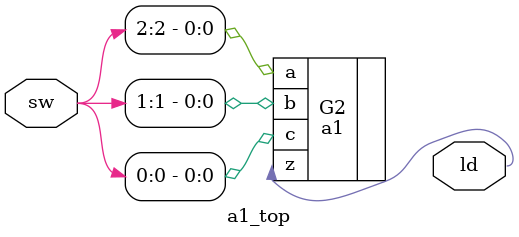
<source format=v>
`timescale 1ns / 1ps


module a1_top(
    input [2:0] sw,
    output  ld
    );
    a1 G2(.a(sw[2]),.b(sw[1]),.c(sw[0]),.z(ld));
endmodule

</source>
